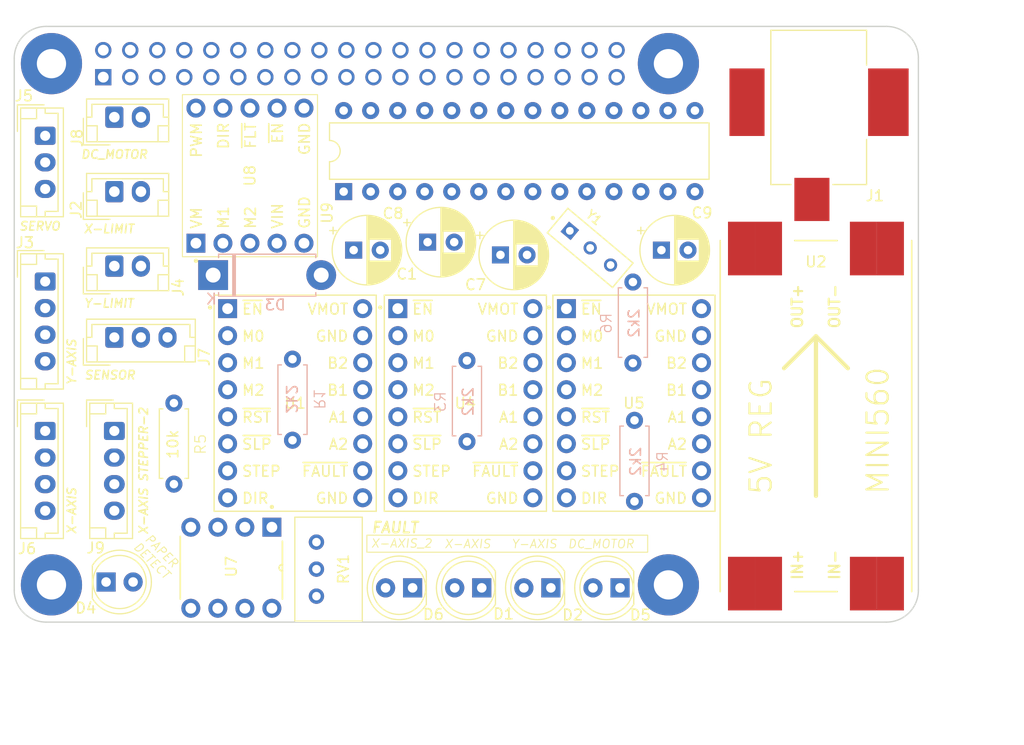
<source format=kicad_pcb>
(kicad_pcb (version 20221018) (generator pcbnew)
  (layers (0 "F.Cu" signal) (1 "In1.Cu" power) (2 "In2.Cu" power) (31 "B.Cu" signal) (34 "B.Paste" user) (35 "F.Paste" user) (36 "B.SilkS" user "B.Silkscreen") (37 "F.SilkS" user "F.Silkscreen") (38 "B.Mask" user) (39 "F.Mask" user) (44 "Edge.Cuts" user))
  (net 0 "")
  (net 1 "GND")
  (net 2 "MCU_RESET")
  (net 3 "MCU_RX")
  (net 4 "MCU_TX")
  (net 5 "STEP_X")
  (net 6 "STEP_Y")
  (net 7 "DIR_X")
  (net 8 "DIR_Y")
  (net 9 "STEPPER_EN")
  (net 10 "X_LIMIT")
  (net 11 "Y_LIMIT")
  (net 12 "SERVO_PWM")
  (net 13 "/Stepper Motors/X-AXIS_FLT")
  (net 14 "/Stepper Motors/X-AXIS_A2")
  (net 15 "/Stepper Motors/X-AXIS_A1")
  (net 16 "/Stepper Motors/X_AXIS_B1")
  (net 17 "/Stepper Motors/X-AXIS_B2")
  (net 18 "+12V")
  (net 19 "/Stepper Motors/Y-AXIS_FLT")
  (net 20 "/Stepper Motors/Y-AXIS_A2")
  (net 21 "/Stepper Motors/Y-AXIS_A1")
  (net 22 "/Stepper Motors/Y_AXIS_B1")
  (net 23 "/Stepper Motors/Y-AXIS_B2")
  (net 24 "+3V3")
  (net 25 "MCU_ABORT")
  (net 26 "MCU_HOLD")
  (net 27 "DC_MOTOR_PWM")
  (net 28 "PAPER_SENSOR_OUT_3V3")
  (net 29 "DC_MOTOR_DIR")
  (net 30 "MCU_RESUME")
  (net 31 "/Raspberry Pi/DC_MOT_FLT")
  (net 33 "/Stepper Motors/EXTRA_FLT")
  (net 34 "/Stepper Motors/EXTRA_FLT_LED_POS")
  (net 35 "/Stepper Motors/EXTRA_A2")
  (net 36 "/Stepper Motors/EXTRA_A1")
  (net 37 "Net-(D3-K)")
  (net 42 "+5V")
  (net 43 "/Stepper Motors/X-AXIS_FLT_LED_POS")
  (net 44 "/Stepper Motors/Y-AXIS_FLT_LED_POS")
  (net 45 "/Raspberry Pi/DC_MOT_FLT_LED_POS")
  (net 57 "Net-(U9-XTAL1{slash}PB6)")
  (net 58 "Net-(U9-XTAL2{slash}PB7)")
  (net 64 "Net-(J7-Pin_1)")
  (net 66 "Net-(J8-Pin_1)")
  (net 67 "Net-(J8-Pin_2)")
  (net 74 "/Stepper Motors/EXTRA_B1")
  (net 78 "Net-(U7-IN(+))")
  (net 79 "/Raspberry Pi/PAPER_SENSOR_OUT_LED_POS")
  (net 80 "/Stepper Motors/EXTRA_B2")
  (footprint "Pen_Plotter_Lib:SWITCHCRAFT_RASM712PX" (layer "F.Cu") (at 131.8375 41.595 180)
    (fp_text reference "J1" (at -5.1625 -8.79375) (layer "F.SilkS"))
    (fp_text value "RASM712PX")
    (pad "" np_thru_hole circle (at 0 3.76 180) (size 1.78 1.78) (drill 1.78) (layers "*.Cu" "*.Mask"))
    (pad "PIN" smd rect (at 0.76 -9.14 180) (size 3.3 4.06) (layers "F.Cu" "F.Paste" "F.Mask") (net 18 "+12V"))
    (pad "SHUNT" smd rect (at 6.86 0 180) (size 3.3 6.35) (layers "F.Cu" "F.Paste" "F.Mask") (net 1 "GND"))
    (pad "SLEEVE" smd rect (at -6.43 0 180) (size 3.81 6.35) (layers "F.Cu" "F.Paste" "F.Mask") (net 1 "GND"))
  )
  (footprint "Connector_JST:JST_EH_B4B-EH-A_1x04_P2.50mm_Vertical" (layer "F.Cu") (at 65.5 72.5 -90)
    (fp_text reference "J9" (at 11 1.75 -180) (layer "F.SilkS"))
    (fp_text value "EXTRA_STEPPER")
    (pad "1" thru_hole roundrect (at 0 0 270) (size 1.7 1.95) (drill 0.95) (layers "*.Cu" "*.Mask") (roundrect_rratio 0.147059) (net 35 "/Stepper Motors/EXTRA_A2"))
    (pad "2" thru_hole oval (at 2.5 0 270) (size 1.7 1.95) (drill 0.95) (layers "*.Cu" "*.Mask") (net 36 "/Stepper Motors/EXTRA_A1"))
    (pad "3" thru_hole oval (at 5 0 270) (size 1.7 1.95) (drill 0.95) (layers "*.Cu" "*.Mask") (net 74 "/Stepper Motors/EXTRA_B1"))
    (pad "4" thru_hole oval (at 7.5 0 270) (size 1.7 1.95) (drill 0.95) (layers "*.Cu" "*.Mask") (net 80 "/Stepper Motors/EXTRA_B2"))
  )
  (footprint "Package_DIP:DIP-28_W7.62mm" (layer "F.Cu") (at 87.06 50 90)
    (fp_text reference "U9" (at -2 -1.56 90) (layer "F.SilkS"))
    (fp_text value "ATmega328P-P")
    (pad "1" thru_hole rect (at 0 0 90) (size 1.6 1.6) (drill 0.8) (layers "*.Cu" "*.Mask") (net 2 "MCU_RESET"))
    (pad "2" thru_hole oval (at 0 2.54 90) (size 1.6 1.6) (drill 0.8) (layers "*.Cu" "*.Mask") (net 3 "MCU_RX"))
    (pad "3" thru_hole oval (at 0 5.08 90) (size 1.6 1.6) (drill 0.8) (layers "*.Cu" "*.Mask") (net 4 "MCU_TX"))
    (pad "4" thru_hole oval (at 0 7.62 90) (size 1.6 1.6) (drill 0.8) (layers "*.Cu" "*.Mask") (net 5 "STEP_X"))
    (pad "5" thru_hole oval (at 0 10.16 90) (size 1.6 1.6) (drill 0.8) (layers "*.Cu" "*.Mask") (net 6 "STEP_Y"))
    (pad "6" thru_hole oval (at 0 12.7 90) (size 1.6 1.6) (drill 0.8) (layers "*.Cu" "*.Mask"))
    (pad "7" thru_hole oval (at 0 15.24 90) (size 1.6 1.6) (drill 0.8) (layers "*.Cu" "*.Mask") (net 24 "+3V3"))
    (pad "8" thru_hole oval (at 0 17.78 90) (size 1.6 1.6) (drill 0.8) (layers "*.Cu" "*.Mask") (net 1 "GND"))
    (pad "9" thru_hole oval (at 0 20.32 90) (size 1.6 1.6) (drill 0.8) (layers "*.Cu" "*.Mask") (net 57 "Net-(U9-XTAL1{slash}PB6)"))
    (pad "10" thru_hole oval (at 0 22.86 90) (size 1.6 1.6) (drill 0.8) (layers "*.Cu" "*.Mask") (net 58 "Net-(U9-XTAL2{slash}PB7)"))
    (pad "11" thru_hole oval (at 0 25.4 90) (size 1.6 1.6) (drill 0.8) (layers "*.Cu" "*.Mask") (net 7 "DIR_X"))
    (pad "12" thru_hole oval (at 0 27.94 90) (size 1.6 1.6) (drill 0.8) (layers "*.Cu" "*.Mask") (net 8 "DIR_Y"))
    (pad "13" thru_hole oval (at 0 30.48 90) (size 1.6 1.6) (drill 0.8) (layers "*.Cu" "*.Mask"))
    (pad "14" thru_hole oval (at 0 33.02 90) (size 1.6 1.6) (drill 0.8) (layers "*.Cu" "*.Mask") (net 9 "STEPPER_EN"))
    (pad "15" thru_hole oval (at 7.62 33.02 90) (size 1.6 1.6) (drill 0.8) (layers "*.Cu" "*.Mask") (net 10 "X_LIMIT"))
    (pad "16" thru_hole oval (at 7.62 30.48 90) (size 1.6 1.6) (drill 0.8) (layers "*.Cu" "*.Mask") (net 11 "Y_LIMIT"))
    (pad "17" thru_hole oval (at 7.62 27.94 90) (size 1.6 1.6) (drill 0.8) (layers "*.Cu" "*.Mask") (net 12 "SERVO_PWM"))
    (pad "18" thru_hole oval (at 7.62 25.4 90) (size 1.6 1.6) (drill 0.8) (layers "*.Cu" "*.Mask"))
    (pad "19" thru_hole oval (at 7.62 22.86 90) (size 1.6 1.6) (drill 0.8) (layers "*.Cu" "*.Mask"))
    (pad "20" thru_hole oval (at 7.62 20.32 90) (size 1.6 1.6) (drill 0.8) (layers "*.Cu" "*.Mask") (net 24 "+3V3"))
    (pad "21" thru_hole oval (at 7.62 17.78 90) (size 1.6 1.6) (drill 0.8) (layers "*.Cu" "*.Mask") (net 1 "GND"))
    (pad "22" thru_hole oval (at 7.62 15.24 90) (size 1.6 1.6) (drill 0.8) (layers "*.Cu" "*.Mask") (net 1 "GND"))
    (pad "23" thru_hole oval (at 7.62 12.7 90) (size 1.6 1.6) (drill 0.8) (layers "*.Cu" "*.Mask") (net 25 "MCU_ABORT"))
    (pad "24" thru_hole oval (at 7.62 10.16 90) (size 1.6 1.6) (drill 0.8) (layers "*.Cu" "*.Mask") (net 26 "MCU_HOLD"))
    (pad "25" thru_hole oval (at 7.62 7.62 90) (size 1.6 1.6) (drill 0.8) (layers "*.Cu" "*.Mask") (net 30 "MCU_RESUME"))
    (pad "26" thru_hole oval (at 7.62 5.08 90) (size 1.6 1.6) (drill 0.8) (layers "*.Cu" "*.Mask"))
    (pad "27" thru_hole oval (at 7.62 2.54 90) (size 1.6 1.6) (drill 0.8) (layers "*.Cu" "*.Mask"))
    (pad "28" thru_hole oval (at 7.62 0 90) (size 1.6 1.6) (drill 0.8) (layers "*.Cu" "*.Mask"))
  )
  (footprint "LED_THT:LED_D5.0mm" (layer "F.Cu") (at 64.725 86.7)
    (fp_text reference "D4" (at -1.91 2.45) (layer "F.SilkS"))
    (fp_text value "GREEN")
    (pad "1" thru_hole rect (at 0 0) (size 1.8 1.8) (drill 0.9) (layers "*.Cu" "*.Mask") (net 28 "PAPER_SENSOR_OUT_3V3"))
    (pad "2" thru_hole circle (at 2.54 0) (size 1.8 1.8) (drill 0.9) (layers "*.Cu" "*.Mask") (net 79 "/Raspberry Pi/PAPER_SENSOR_OUT_LED_POS"))
  )
  (footprint "Pen_Plotter_Lib:IC_DRV8825_STEPPER_MOTOR_DRIVER_CARRIER" (layer "F.Cu") (at 114.35 69.89)
    (fp_text reference "U5" (at 0 0) (layer "F.SilkS"))
    (fp_text value "Y-AXIS_DRV8825_STEPPER_MOTOR_DRIVER_CARRIER")
    (fp_text user "GND" (at 5.08 -5.715 unlocked) (layer "F.SilkS") (effects (justify right bottom)))
    (fp_text user "~{EN}" (at -5.08 -8.255 unlocked) (layer "F.SilkS") (effects (justify left bottom)))
    (fp_text user "A2" (at 5.08 4.445 unlocked) (layer "F.SilkS") (effects (justify right bottom)))
    (fp_text user "B2" (at 5.08 -3.175 unlocked) (layer "F.SilkS") (effects (justify right bottom)))
    (fp_text user "M0" (at -5.08 -5.715 unlocked) (layer "F.SilkS") (effects (justify left bottom)))
    (fp_text user "DIR" (at -5.08 9.525 unlocked) (layer "F.SilkS") (effects (justify left bottom)))
    (fp_text user "A1" (at 5.08 1.905 unlocked) (layer "F.SilkS") (effects (justify right bottom)))
    (fp_text user "~{RST}" (at -5.08 1.905 unlocked) (layer "F.SilkS") (effects (justify left bottom)))
    (fp_text user "~{FAULT}" (at 5.08 6.985 unlocked) (layer "F.SilkS") (effects (justify right bottom)))
    (fp_text user "B1" (at 5.08 -0.635 unlocked) (layer "F.SilkS") (effects (justify right bottom)))
    (fp_text user "VMOT" (at 5.08 -8.255 unlocked) (layer "F.SilkS") (effects (justify right bottom)))
    (fp_text user "M2" (at -5.08 -0.635 unlocked) (layer "F.SilkS") (effects (justify left bottom)))
    (fp_text user "STEP" (at -5.08 6.985 unlocked) (layer "F.SilkS") (effects (justify left bottom)))
    (fp_text user "M1" (at -5.08 -3.175 unlocked) (layer "F.SilkS") (effects (justify left bottom)))
    (fp_text user "~{SLP}" (at -5.08 4.445 unlocked) (layer "F.SilkS") (effects (justify left bottom)))
    (fp_text user "GND" (at 5.08 9.525 unlocked) (layer "F.SilkS") (effects (justify right bottom)))
    (pad "1" thru_hole rect (at -6.35 -8.89) (size 1.778 1.778) (drill 1.016) (layers "*.Cu" "*.Mask") (net 9 "STEPPER_EN"))
    (pad "2" thru_hole circle (at -6.35 -6.35) (size 1.778 1.778) (drill 1.016) (layers "*.Cu" "*.Mask") (net 42 "+5V"))
    (pad "3" thru_hole circle (at -6.35 -3.81) (size 1.778 1.778) (drill 1.016) (layers "*.Cu" "*.Mask") (net 42 "+5V"))
    (pad "4" thru_hole circle (at -6.35 -1.27) (size 1.778 1.778) (drill 1.016) (layers "*.Cu" "*.Mask") (net 42 "+5V"))
    (pad "5" thru_hole circle (at -6.35 1.27) (size 1.778 1.778) (drill 1.016) (layers "*.Cu" "*.Mask") (net 42 "+5V"))
    (pad "6" thru_hole circle (at -6.35 3.81) (size 1.778 1.778) (drill 1.016) (layers "*.Cu" "*.Mask") (net 42 "+5V"))
    (pad "7" thru_hole circle (at -6.35 6.35) (size 1.778 1.778) (drill 1.016) (layers "*.Cu" "*.Mask") (net 6 "STEP_Y"))
    (pad "8" thru_hole circle (at -6.35 8.89) (size 1.778 1.778) (drill 1.016) (layers "*.Cu" "*.Mask") (net 8 "DIR_Y"))
    (pad "9" thru_hole circle (at 6.35 8.89) (size 1.778 1.778) (drill 1.016) (layers "*.Cu" "*.Mask") (net 1 "GND"))
    (pad "10" thru_hole circle (at 6.35 6.35) (size 1.778 1.778) (drill 1.016) (layers "*.Cu" "*.Mask") (net 19 "/Stepper Motors/Y-AXIS_FLT"))
    (pad "11" thru_hole circle (at 6.35 3.81) (size 1.778 1.778) (drill 1.016) (layers "*.Cu" "*.Mask") (net 20 "/Stepper Motors/Y-AXIS_A2"))
    (pad "12" thru_hole circle (at 6.35 1.27) (size 1.778 1.778) (drill 1.016) (layers "*.Cu" "*.Mask") (net 21 "/Stepper Motors/Y-AXIS_A1"))
    (pad "13" thru_hole circle (at 6.35 -1.27) (size 1.778 1.778) (drill 1.016) (layers "*.Cu" "*.Mask") (net 22 "/Stepper Motors/Y_AXIS_B1"))
    (pad "14" thru_hole circle (at 6.35 -3.81) (size 1.778 1.778) (drill 1.016) (layers "*.Cu" "*.Mask") (net 23 "/Stepper Motors/Y-AXIS_B2"))
    (pad "15" thru_hole circle (at 6.35 -6.35) (size 1.778 1.778) (drill 1.016) (layers "*.Cu" "*.Mask") (net 1 "GND"))
    (pad "16" thru_hole circle (at 6.35 -8.89) (size 1.778 1.778) (drill 1.016) (layers "*.Cu" "*.Mask") (net 18 "+12V"))
  )
  (footprint "Connector_JST:JST_EH_B2B-EH-A_1x02_P2.50mm_Vertical" (layer "F.Cu") (at 65.5 50)
    (fp_text reference "J2" (at -3.59 1.7 90) (layer "F.SilkS"))
    (fp_text value "X_LIMIT_SWITCH")
    (pad "1" thru_hole roundrect (at 0 0) (size 1.7 2) (drill 1) (layers "*.Cu" "*.Mask") (roundrect_rratio 0.147059) (net 10 "X_LIMIT"))
    (pad "2" thru_hole oval (at 2.5 0) (size 1.7 2) (drill 1) (layers "*.Cu" "*.Mask") (net 1 "GND"))
  )
  (footprint "LED_THT:LED_D5.0mm" (layer "F.Cu") (at 100.04 87.25 180)
    (fp_text reference "D1" (at -2.05 -2.45 180) (layer "F.SilkS"))
    (fp_text value "RED")
    (pad "1" thru_hole rect (at 0 0 180) (size 1.8 1.8) (drill 0.9) (layers "*.Cu" "*.Mask") (net 13 "/Stepper Motors/X-AXIS_FLT"))
    (pad "2" thru_hole circle (at 2.54 0 180) (size 1.8 1.8) (drill 0.9) (layers "*.Cu" "*.Mask") (net 43 "/Stepper Motors/X-AXIS_FLT_LED_POS"))
  )
  (footprint "LED_THT:LED_D5.0mm" (layer "F.Cu") (at 106.54 87.25 180)
    (fp_text reference "D2" (at -2.05 -2.55 180) (layer "F.SilkS"))
    (fp_text value "RED")
    (pad "1" thru_hole rect (at 0 0 180) (size 1.8 1.8) (drill 0.9) (layers "*.Cu" "*.Mask") (net 19 "/Stepper Motors/Y-AXIS_FLT"))
    (pad "2" thru_hole circle (at 2.54 0 180) (size 1.8 1.8) (drill 0.9) (layers "*.Cu" "*.Mask") (net 44 "/Stepper Motors/Y-AXIS_FLT_LED_POS"))
  )
  (footprint "Pen_Plotter_Lib:IC_MAX14870_DRIVER_CARRIER" (layer "F.Cu") (at 78.25 48.5 90)
    (fp_text reference "U8" (at 0 0 90) (layer "F.SilkS"))
    (fp_text value "~")
    (fp_text user "~{EN}" (at 5.08 3.175 90 unlocked) (layer "F.SilkS") (effects (justify right bottom)))
    (fp_text user "~{FLT}" (at 5.08 0.635 90 unlocked) (layer "F.SilkS") (effects (justify right bottom)))
    (fp_text user "GND" (at 5.08 5.715 90 unlocked) (layer "F.SilkS") (effects (justify right bottom)))
    (fp_text user "M2" (at -5.08 0.635 90 unlocked) (layer "F.SilkS") (effects (justify left bottom)))
    (fp_text user "VIN" (at -5.08 3.175 90 unlocked) (layer "F.SilkS") (effects (justify left bottom)))
    (fp_text user "GND" (at -5.08 5.715 90 unlocked) (layer "F.SilkS") (effects (justify left bottom)))
    (fp_text user "VM" (at -5.08 -4.445 90 unlocked) (layer "F.SilkS") (effects (justify left bottom)))
    (fp_text user "DIR" (at 5.08 -1.905 90 unlocked) (layer "F.SilkS") (effects (justify right bottom)))
    (fp_text user "PWM" (at 5.08 -4.445 90 unlocked) (layer "F.SilkS") (effects (justify right bottom)))
    (fp_text user "M1" (at -5.08 -1.905 90 unlocked) (layer "F.SilkS") (effects (justify left bottom)))
    (pad "1" thru_hole rect (at -6.35 -5.08 90) (size 1.778 1.778) (drill 1.016) (layers "*.Cu" "*.Mask"))
    (pad "2" thru_hole circle (at -6.35 -2.54 90) (size 1.778 1.778) (drill 1.016) (layers "*.Cu" "*.Mask") (net 66 "Net-(J8-Pin_1)"))
    (pad "3" thru_hole circle (at -6.35 0 90) (size 1.778 1.778) (drill 1.016) (layers "*.Cu" "*.Mask") (net 67 "Net-(J8-Pin_2)"))
    (pad "4" thru_hole circle (at -6.35 2.54 90) (size 1.778 1.778) (drill 1.016) (layers "*.Cu" "*.Mask") (net 18 "+12V"))
    (pad "5" thru_hole circle (at -6.35 5.08 90) (size 1.778 1.778) (drill 1.016) (layers "*.Cu" "*.Mask") (net 1 "GND"))
    (pad "6" thru_hole circle (at 6.35 5.08 90) (size 1.778 1.778) (drill 1.016) (layers "*.Cu" "*.Mask") (net 1 "GND"))
    (pad "7" thru_hole circle (at 6.35 2.54 90) (size 1.778 1.778) (drill 1.016) (layers "*.Cu" "*.Mask"))
    (pad "8" thru_hole circle (at 6.35 0 90) (size 1.778 1.778) (drill 1.016) (layers "*.Cu" "*.Mask") (net 31 "/Raspberry Pi/DC_MOT_FLT"))
    (pad "9" thru_hole circle (at 6.35 -2.54 90) (size 1.778 1.778) (drill 1.016) (layers "*.Cu" "*.Mask") (net 29 "DC_MOTOR_DIR"))
    (pad "10" thru_hole circle (at 6.35 -5.08 90) (size 1.778 1.778) (drill 1.016) (layers "*.Cu" "*.Mask") (net 27 "DC_MOTOR_PWM"))
  )
  (footprint "Connector_JST:JST_EH_B4B-EH-A_1x04_P2.50mm_Vertical" (layer "F.Cu") (at 59 72.5 -90)
    (fp_text reference "J6" (at 11.06 1.7 -180) (layer "F.SilkS"))
    (fp_text value "Y-AXIS_STEPPER")
    (pad "1" thru_hole roundrect (at 0 0 270) (size 1.7 1.95) (drill 0.95) (layers "*.Cu" "*.Mask") (roundrect_rratio 0.147059) (net 20 "/Stepper Motors/Y-AXIS_A2"))
    (pad "2" thru_hole oval (at 2.5 0 270) (size 1.7 1.95) (drill 0.95) (layers "*.Cu" "*.Mask") (net 21 "/Stepper Motors/Y-AXIS_A1"))
    (pad "3" thru_hole oval (at 5 0 270) (size 1.7 1.95) (drill 0.95) (layers "*.Cu" "*.Mask") (net 22 "/Stepper Motors/Y_AXIS_B1"))
    (pad "4" thru_hole oval (at 7.5 0 270) (size 1.7 1.95) (drill 0.95) (layers "*.Cu" "*.Mask") (net 23 "/Stepper Motors/Y-AXIS_B2"))
  )
  (footprint "Connector_JST:JST_EH_B3B-EH-A_1x03_P2.50mm_Vertical" (layer "F.Cu") (at 65.5 63.7)
    (fp_text reference "J7" (at 8.45 1.85 90) (layer "F.SilkS"))
    (fp_text value "PAPER_SENSOR")
    (pad "1" thru_hole roundrect (at 0 0) (size 1.7 1.95) (drill 0.95) (layers "*.Cu" "*.Mask") (roundrect_rratio 0.147059) (net 64 "Net-(J7-Pin_1)"))
    (pad "2" thru_hole oval (at 2.5 0) (size 1.7 1.95) (drill 0.95) (layers "*.Cu" "*.Mask") (net 42 "+5V"))
    (pad "3" thru_hole oval (at 5 0) (size 1.7 1.95) (drill 0.95) (layers "*.Cu" "*.Mask") (net 1 "GND"))
  )
  (footprint "Connector_JST:JST_EH_B2B-EH-A_1x02_P2.50mm_Vertical" (layer "F.Cu") (at 65.5 57)
    (fp_text reference "J4" (at 6 2 90) (layer "F.SilkS"))
    (fp_text value "Y_LIMIT_SWITCH")
    (pad "1" thru_hole roundrect (at 0 0) (size 1.7 2) (drill 1) (layers "*.Cu" "*.Mask") (roundrect_rratio 0.147059) (net 11 "Y_LIMIT"))
    (pad "2" thru_hole oval (at 2.5 0) (size 1.7 2) (drill 1) (layers "*.Cu" "*.Mask") (net 1 "GND"))
  )
  (footprint "Connector_JST:JST_EH_B2B-EH-A_1x02_P2.50mm_Vertical" (layer "F.Cu") (at 65.5 43)
    (fp_text reference "J8" (at -3.5 1 90) (layer "F.SilkS") (effects (justify right)))
    (fp_text value "DC_MOTOR")
    (pad "1" thru_hole roundrect (at 0 0) (size 1.7 2) (drill 1) (layers "*.Cu" "*.Mask") (roundrect_rratio 0.147059) (net 66 "Net-(J8-Pin_1)"))
    (pad "2" thru_hole oval (at 2.5 0) (size 1.7 2) (drill 1) (layers "*.Cu" "*.Mask") (net 67 "Net-(J8-Pin_2)"))
  )
  (footprint "Pen_Plotter_Lib:OSC_CSTLS8M00G56-A0" (layer "F.Cu") (at 110.234889 55.293031 -40)
    (fp_text reference "Y1" (at -1.56 -2.408 140) (layer "F.SilkS") (effects (font (size 0.8 0.8))))
    (fp_text value "CSTLS8M00G56-A0")
    (pad "1" thru_hole rect (at -2.5 0 320) (size 1.238 1.238) (drill 0.73) (layers "*.Cu" "*.Mask") (net 57 "Net-(U9-XTAL1{slash}PB6)"))
    (pad "2" thru_hole circle (at 0 0 320) (size 1.238 1.238) (drill 0.73) (layers "*.Cu" "*.Mask") (net 1 "GND"))
    (pad "3" thru_hole circle (at 2.5 0 320) (size 1.238 1.238) (drill 0.73) (layers "*.Cu" "*.Mask") (net 58 "Net-(U9-XTAL2{slash}PB7)"))
  )
  (footprint "Capacitor_THT:CP_Radial_D6.3mm_P2.50mm" (layer "F.Cu") (at 116.932379 55.5)
    (fp_text reference "C9" (at 3.817621 -3.5) (layer "F.SilkS"))
    (fp_text value "100u")
    (pad "1" thru_hole rect (at 0 0) (size 1.6 1.6) (drill 0.8) (layers "*.Cu" "*.Mask") (net 18 "+12V"))
    (pad "2" thru_hole circle (at 2.5 0) (size 1.6 1.6) (drill 0.8) (layers "*.Cu" "*.Mask") (net 1 "GND"))
  )
  (footprint "Pen_Plotter_Lib:IC_DRV8825_STEPPER_MOTOR_DRIVER_CARRIER" (layer "F.Cu") (at 98.5 69.89)
    (fp_text reference "U4" (at 0 0) (layer "F.SilkS"))
    (fp_text value "X-AXIS_DRV8825_STEPPER_MOTOR_DRIVER_CARRIER")
    (fp_text user "M0" (at -5.08 -5.715 unlocked) (layer "F.SilkS") (effects (justify left bottom)))
    (fp_text user "B2" (at 5.08 -3.175 unlocked) (layer "F.SilkS") (effects (justify right bottom)))
    (fp_text user "~{EN}" (at -5.08 -8.255 unlocked) (layer "F.SilkS") (effects (justify left bottom)))
    (fp_text user "GND" (at 5.08 9.525 unlocked) (layer "F.SilkS") (effects (justify right bottom)))
    (fp_text user "B1" (at 5.08 -0.635 unlocked) (layer "F.SilkS") (effects (justify right bottom)))
    (fp_text user "DIR" (at -5.08 9.525 unlocked) (layer "F.SilkS") (effects (justify left bottom)))
    (fp_text user "A2" (at 5.08 4.445 unlocked) (layer "F.SilkS") (effects (justify right bottom)))
    (fp_text user "A1" (at 5.08 1.905 unlocked) (layer "F.SilkS") (effects (justify right bottom)))
    (fp_text user "STEP" (at -5.08 6.985 unlocked) (layer "F.SilkS") (effects (justify left bottom)))
    (fp_text user "M1" (at -5.08 -3.175 unlocked) (layer "F.SilkS") (effects (justify left bottom)))
    (fp_text user "~{FAULT}" (at 5.08 6.985 unlocked) (layer "F.SilkS") (effects (justify right bottom)))
    (fp_text user "GND" (at 5.08 -5.715 unlocked) (layer "F.SilkS") (effects (justify right bottom)))
    (fp_text user "~{RST}" (at -5.08 1.905 unlocked) (layer "F.SilkS") (effects (justify left bottom)))
    (fp_text user "~{SLP}" (at -5.08 4.445 unlocked) (layer "F.SilkS") (effects (justify left bottom)))
    (fp_text user "M2" (at -5.08 -0.635 unlocked) (layer "F.SilkS") (effects (justify left bottom)))
    (fp_text user "VMOT" (at 5.08 -8.255 unlocked) (layer "F.SilkS") (effects (justify right bottom)))
    (pad "1" thru_hole rect (at -6.35 -8.89) (size 1.778 1.778) (drill 1.016) (layers "*.Cu" "*.Mask") (net 9 "STEPPER_EN"))
    (pad "2" thru_hole circle (at -6.35 -6.35) (size 1.778 1.778) (drill 1.016) (layers "*.Cu" "*.Mask") (net 42 "+5V"))
    (pad "3" thru_hole circle (at -6.35 -3.81) (size 1.778 1.778) (drill 1.016) (layers "*.Cu" "*.Mask") (net 42 "+5V"))
    (pad "4" thru_hole circle (at -6.35 -1.27) (size 1.778 1.778) (drill 1.016) (layers "*.Cu" "*.Mask") (net 42 "+5V"))
    (pad "5" thru_hole circle (at -6.35 1.27) (size 1.778 1.778) (drill 1.016) (layers "*.Cu" "*.Mask") (net 42 "+5V"))
    (pad "6" thru_hole circle (at -6.35 3.81) (size 1.778 1.778) (drill 1.016) (layers "*.Cu" "*.Mask") (net 42 "+5V"))
    (pad "7" thru_hole circle (at -6.35 6.35) (size 1.778 1.778) (drill 1.016) (layers "*.Cu" "*.Mask") (net 5 "STEP_X"))
    (pad "8" thru_hole circle (at -6.35 8.89) (size 1.778 1.778) (drill 1.016) (layers "*.Cu" "*.Mask") (net 7 "DIR_X"))
    (pad "9" thru_hole circle (at 6.35 8.89) (size 1.778 1.778) (drill 1.016) (layers "*.Cu" "*.Mask") (net 1 "GND"))
    (pad "10" thru_hole circle (at 6.35 6.35) (size 1.778 1.778) (drill 1.016) (layers "*.Cu" "*.Mask") (net 13 "/Stepper Motors/X-AXIS_FLT"))
    (pad "11" thru_hole circle (at 6.35 3.81) (size 1.778 1.778) (drill 1.016) (layers "*.Cu" "*.Mask") (net 14 "/Stepper Motors/X-AXIS_A2"))
    (pad "12" thru_hole circle (at 6.35 1.27) (size 1.778 1.778) (drill 1.016) (layers "*.Cu" "*.Mask") (net 15 "/Stepper Motors/X-AXIS_A1"))
    (pad "13" thru_hole circle (at 6.35 -1.27) (size 1.778 1.778) (drill 1.016) (layers "*.Cu" "*.Mask") (net 16 "/Stepper Motors/X_AXIS_B1"))
    (pad "14" thru_hole circle (at 6.35 -3.81) (size 1.778 1.778) (drill 1.016) (layers "*.Cu" "*.Mask") (net 17 "/Stepper Motors/X-AXIS_B2"))
    (pad "15" thru_hole circle (at 6.35 -6.35) (size 1.778 1.778) (drill 1.016) (layers "*.Cu" "*.Mask") (net 1 "GND"))
    (pad "16" thru_hole circle (at 6.35 -8.89) (size 1.778 1.778) (drill 1.016) (layers "*.Cu" "*.Mask") (net 18 "+12V"))
  )
  (footprint "LED_THT:LED_D5.0mm" (layer "F.Cu") (at 93.54 87.25 180)
    (fp_text reference "D6" (at -1.96 -2.5) (layer "F.SilkS"))
    (fp_text value "RED")
    (pad "1" thru_hole rect (at 0 0 180) (size 1.8 1.8) (drill 0.9) (layers "*.Cu" "*.Mask") (net 33 "/Stepper Motors/EXTRA_FLT"))
    (pad "2" thru_hole circle (at 2.54 0 180) (size 1.8 1.8) (drill 0.9) (layers "*.Cu" "*.Mask") (net 34 "/Stepper Motors/EXTRA_FLT_LED_POS"))
  )
  (footprint "Capacitor_THT:CP_Radial_D6.3mm_P2.50mm" (layer "F.Cu") (at 101.8 55.95)
    (fp_text reference "C7" (at -2.35 2.8) (layer "F.SilkS"))
    (fp_text value "100u")
    (pad "1" thru_hole rect (at 0 0) (size 1.6 1.6) (drill 0.8) (layers "*.Cu" "*.Mask") (net 18 "+12V"))
    (pad "2" thru_hole circle (at 2.5 0) (size 1.6 1.6) (drill 0.8) (layers "*.Cu" "*.Mask") (net 1 "GND"))
  )
  (footprint "Connector_JST:JST_EH_B4B-EH-A_1x04_P2.50mm_Vertical" (layer "F.Cu") (at 59 58.45 -90)
    (fp_text reference "J3" (at -3.65 1.9 -180) (layer "F.SilkS"))
    (fp_text value "X-AXIS_STEPPER")
    (pad "1" thru_hole roundrect (at 0 0 270) (size 1.7 1.95) (drill 0.95) (layers "*.Cu" "*.Mask") (roundrect_rratio 0.147059) (net 14 "/Stepper Motors/X-AXIS_A2"))
    (pad "2" thru_hole oval (at 2.5 0 270) (size 1.7 1.95) (drill 0.95) (layers "*.Cu" "*.Mask") (net 15 "/Stepper Motors/X-AXIS_A1"))
    (pad "3" thru_hole oval (at 5 0 270) (size 1.7 1.95) (drill 0.95) (layers "*.Cu" "*.Mask") (net 16 "/Stepper Motors/X_AXIS_B1"))
    (pad "4" thru_hole oval (at 7.5 0 270) (size 1.7 1.95) (drill 0.95) (layers "*.Cu" "*.Mask") (net 17 "/Stepper Motors/X-AXIS_B2"))
  )
  (footprint "LED_THT:LED_D5.0mm" (layer "F.Cu") (at 113.04 87.25 180)
    (fp_text reference "D5" (at -1.91 -2.55 180) (layer "F.SilkS"))
    (fp_text value "RED")
    (pad "1" thru_hole rect (at 0 0 180) (size 1.8 1.8) (drill 0.9) (layers "*.Cu" "*.Mask") (net 31 "/Raspberry Pi/DC_MOT_FLT"))
    (pad "2" thru_hole circle (at 2.54 0 180) (size 1.8 1.8) (drill 0.9) (layers "*.Cu" "*.Mask") (net 45 "/Raspberry Pi/DC_MOT_FLT_LED_POS"))
  )
  (footprint "Potentiometer_THT:Potentiometer_Bourns_3299W_Vertical" (layer "F.Cu") (at 84.5 82.95 90)
    (fp_text reference "RV1" (at -2.54 2.54 90) (layer "F.SilkS"))
    (fp_text value "PAPER_SENSOR_POT")
    (pad "1" thru_hole circle (at 0 0 90) (size 1.44 1.44) (drill 0.8) (layers "*.Cu" "*.Mask") (net 42 "+5V"))
    (pad "2" thru_hole circle (at -2.54 0 90) (size 1.44 1.44) (drill 0.8) (layers "*.Cu" "*.Mask") (net 78 "Net-(U7-IN(+))"))
    (pad "3" thru_hole circle (at -5.08 0 90) (size 1.44 1.44) (drill 0.8) (layers "*.Cu" "*.Mask") (net 1 "GND"))
  )
  (footprint "Pen_Plotter_Lib:THT_RESISTOR_WITH_VALUE" (layer "F.Cu") (at 71 73.75 -90)
    (fp_text reference "R5" (at 0 -2.6 90 unlocked) (layer "F.SilkS") (effects (font (thickness 0.1))))
    (fp_text value "10k" (at 0 0 90 unlocked) (layer "F.SilkS"))
    (pad "1" thru_hole circle (at -3.87 -0.1 270) (size 1.6 1.6) (drill 0.8) (layers "*.Cu" "*.Mask") (net 24 "+3V3"))
    (pad "2" thru_hole oval (at 3.75 -0.1 270) (size 1.6 1.6) (drill 0.8) (layers "*.Cu" "*.Mask") (net 79 "/Raspberry Pi/PAPER_SENSOR_OUT_LED_POS"))
  )
  (footprint "Pen_Plotter_Lib:DIP254P762X508-8" (layer "F.Cu") (at 72.69 89.168 -90)
    (fp_text reference "U7" (at -3.918 -3.81 90) (layer "F.SilkS"))
    (fp_text value "LM393AN")
    (pad "1" thru_hole rect (at -7.62 -7.62 270) (size 1.778 1.778) (drill 1.016) (layers "*.Cu" "*.Mask") (net 28 "PAPER_SENSOR_OUT_3V3"))
    (pad "2" thru_hole circle (at -7.62 -5.08 270) (size 1.778 1.778) (drill 1.016) (layers "*.Cu" "*.Mask") (net 64 "Net-(J7-Pin_1)"))
    (pad "3" thru_hole circle (at -7.62 -2.54 270) (size 1.778 1.778) (drill 1.016) (layers "*.Cu" "*.Mask") (net 78 "Net-(U7-IN(+))"))
    (pad "4" thru_hole circle (at -7.62 0 270) (size 1.778 1.778) (drill 1.016) (layers "*.Cu" "*.Mask") (net 1 "GND"))
    (pad "5" thru_hole circle (at 0 0 270) (size 1.778 1.778) (drill 1.016) (layers "*.Cu" "*.Mask"))
    (pad "6" thru_hole circle (at 0 -2.54 270) (size 1.778 1.778) (drill 1.016) (layers "*.Cu" "*.Mask"))
    (pad "7" thru_hole circle (at 0 -5.08 270) (size 1.778 1.778) (drill 1.016) (layers "*.Cu" "*.Mask"))
    (pad "8" thru_hole circle (at 0 -7.62 270) (size 1.778 1.778) (drill 1.016) (layers "*.Cu" "*.Mask") (net 42 "+5V"))
  )
  (footprint "Connector_JST:JST_EH_B3B-EH-A_1x03_P2.50mm_Vertical" (layer "F.Cu") (at 59 44.75 -90)
    (fp_text reference "J5" (at -3.75 2 -180) (layer "F.SilkS"))
    (fp_text value "SERVO")
    (pad "1" thru_hole roundrect (at 0 0 270) (size 1.7 1.95) (drill 0.95) (layers "*.Cu" "*.Mask") (roundrect_rratio 0.147059) (net 12 "SERVO_PWM"))
    (pad "2" thru_hole oval (at 2.5 0 270) (size 1.7 1.95) (drill 0.95) (layers "*.Cu" "*.Mask") (net 42 "+5V"))
    (pad "3" thru_hole oval (at 5 0 270) (size 1.7 1.95) (drill 0.95) (layers "*.Cu" "*.Mask") (net 1 "GND"))
  )
  (footprint "Capacitor_THT:CP_Radial_D6.3mm_P2.50mm" (layer "F.Cu") (at 88 55.5)
    (fp_text reference "C8" (at 3.7 -3.45) (layer "F.SilkS"))
    (fp_text value "100u")
    (pad "1" thru_hole rect (at 0 0) (size 1.6 1.6) (drill 0.8) (layers "*.Cu" "*.Mask") (net 42 "+5V"))
    (pad "2" thru_hole circle (at 2.5 0) (size 1.6 1.6) (drill 0.8) (layers "*.Cu" "*.Mask") (net 1 "GND"))
  )
  (footprint "Capacitor_THT:CP_Radial_D6.3mm_P2.50mm" (layer "F.Cu") (at 94.95 54.75)
    (fp_text reference "C1" (at -1.95 3) (layer "F.SilkS"))
    (fp_text value "100u")
    (pad "1" thru_hole rect (at 0 0) (size 1.6 1.6) (drill 0.8) (layers "*.Cu" "*.Mask") (net 18 "+12V"))
    (pad "2" thru_hole circle (at 2.5 0) (size 1.6 1.6) (drill 0.8) (layers "*.Cu" "*.Mask") (net 1 "GND"))
  )
  (footprint "Pen_Plotter_Lib:MODULE_RPI3-MODBP-BULK" (layer "F.Cu") (at 98.59 62.4685)
    (fp_text reference "U6" hide)
    (fp_text value "RPI3-MODBP-BULK")
    (fp_line (start -42.5 -25) (end -42.5 25) (stroke (width 0.127)) (layer "Edge.Cuts"))
    (fp_line (start -39.5 28) (end 39.5 28) (stroke (width 0.127)) (layer "Edge.Cuts"))
    (fp_line (start 39.5 -28) (end -39.5 -28) (stroke (width 0.127)) (layer "Edge.Cuts"))
    (fp_line (start 42.5 25) (end 42.5 -25) (stroke (width 0.127)) (layer "Edge.Cuts"))
    (fp_arc (start -42.5 -25) (mid -41.62132 -27.12132) (end -39.5 -28) (stroke (width 0.127)) (layer "Edge.Cuts"))
    (fp_arc (start -39.5 28) (mid -41.62132 27.12132) (end -42.5 25) (stroke (width 0.127)) (layer "Edge.Cuts"))
    (fp_arc (start 39.5 -28) (mid 41.62132 -27.12132) (end 42.5 -25) (stroke (width 0.127)) (layer "Edge.Cuts"))
    (fp_arc (start 42.5 25) (mid 41.62132 27.12132) (end 39.5 28) (stroke (width 0.127)) (layer "Edge.Cuts"))
    (pad "1" thru_hole rect (at -34.13 -23.23) (size 1.53 1.53) (drill 1.02) (layers "*.Cu" "*.Mask") (net 24 "+3V3"))
    (pad "2" thru_hole circle (at -34.13 -25.77) (size 1.53 1.53) (drill 1.02) (layers "*.Cu" "*.Mask") (net 37 "Net-(D3-K)"))
    (pad "3" thru_hole circle (at -31.59 -23.23) (size 1.53 1.53) (drill 1.02) (layers "*.Cu" "*.Mask"))
    (pad "4" thru_hole circle (at -31.59 -25.77) (size 1.53 1.53) (drill 1.02) (layers "*.Cu" "*.Mask") (net 37 "Net-(D3-K)"))
    (pad "5" thru_hole circle (at -29.05 -23.23) (size 1.53 1.53) (drill 1.02) (layers "*.Cu" "*.Mask"))
    (pad "6" thru_hole circle (at -29.05 -25.77) (size 1.53 1.53) (drill 1.02) (layers "*.Cu" "*.Mask") (net 1 "GND"))
    (pad "7" thru_hole circle (at -26.51 -23.23) (size 1.53 1.53) (drill 1.02) (layers "*.Cu" "*.Mask"))
    (pad "8" thru_hole circle (at -26.51 -25.77) (size 1.53 1.53) (drill 1.02) (layers "*.Cu" "*.Mask") (net 3 "MCU_RX"))
    (pad "9" thru_hole circle (at -23.97 -23.23) (size 1.53 1.53) (drill 1.02) (layers "*.Cu" "*.Mask") (net 1 "GND"))
    (pad "10" thru_hole circle (at -23.97 -25.77) (size 1.53 1.53) (drill 1.02) (layers "*.Cu" "*.Mask") (net 4 "MCU_TX"))
    (pad "11" thru_hole circle (at -21.43 -23.23) (size 1.53 1.53) (drill 1.02) (layers "*.Cu" "*.Mask"))
    (pad "12" thru_hole circle (at -21.43 -25.77) (size 1.53 1.53) (drill 1.02) (layers "*.Cu" "*.Mask") (net 27 "DC_MOTOR_PWM"))
    (pad "13" thru_hole circle (at -18.89 -23.23) (size 1.53 1.53) (drill 1.02) (layers "*.Cu" "*.Mask"))
    (pad "14" thru_hole circle (at -18.89 -25.77) (size 1.53 1.53) (drill 1.02) (layers "*.Cu" "*.Mask") (net 1 "GND"))
    (pad "15" thru_hole circle (at -16.35 -23.23) (size 1.53 1.53) (drill 1.02) (layers "*.Cu" "*.Mask") (net 28 "PAPER_SENSOR_OUT_3V3"))
    (pad "16" thru_hole circle (at -16.35 -25.77) (size 1.53 1.53) (drill 1.02) (layers "*.Cu" "*.Mask") (net 29 "DC_MOTOR_DIR"))
    (pad "17" thru_hole circle (at -13.81 -23.23) (size 1.53 1.53) (drill 1.02) (layers "*.Cu" "*.Mask") (net 24 "+3V3"))
    (pad "18" thru_hole circle (at -13.81 -25.77) (size 1.53 1.53) (drill 1.02) (layers "*.Cu" "*.Mask") (net 2 "MCU_RESET"))
    (pad "19" thru_hole circle (at -11.27 -23.23) (size 1.53 1.53) (drill 1.02) (layers "*.Cu" "*.Mask"))
    (pad "20" thru_hole circle (at -11.27 -25.77) (size 1.53 1.53) (drill 1.02) (layers "*.Cu" "*.Mask") (net 1 "GND"))
    (pad "21" thru_hole circle (at -8.73 -23.23) (size 1.53 1.53) (drill 1.02) (layers "*.Cu" "*.Mask"))
    (pad "22" thru_hole circle (at -8.73 -25.77) (size 1.53 1.53) (drill 1.02) (layers "*.Cu" "*.Mask"))
    (pad "23" thru_hole circle (at -6.19 -23.23) (size 1.53 1.53) (drill 1.02) (layers "*.Cu" "*.Mask"))
    (pad "24" thru_hole circle (at -6.19 -25.77) (size 1.53 1.53) (drill 1.02) (layers "*.Cu" "*.Mask"))
    (pad "25" thru_hole circle (at -3.65 -23.23) (size 1.53 1.53) (drill 1.02) (layers "*.Cu" "*.Mask") (net 1 "GND"))
    (pad "26" thru_hole circle (at -3.65 -25.77) (size 1.53 1.53) (drill 1.02) (layers "*.Cu" "*.Mask"))
    (pad "27" thru_hole circle (at -1.11 -23.23) (size 1.53 1.53) (drill 1.02) (layers "*.Cu" "*.Mask"))
    (pad "28" thru_hole circle (at -1.11 -25.77) (size 1.53 1.53) (drill 1.02) (layers "*.Cu" "*.Mask"))
    (pad "29" thru_hole circle (at 1.43 -23.23) (size 1.53 1.53) (drill 1.02) (layers "*.Cu" "*.Mask"))
    (pad "30" thru_hole circle (at 1.43 -25.77) (size 1.53 1.53) (drill 1.02) (layers "*.Cu" "*.Mask") (net 1 "GND"))
    (pad "31" thru_hole circle (at 3.97 -23.23) (size 1.53 1.53) (drill 1.02) (layers "*.Cu" "*.Mask"))
    (pad "32" thru_hole circle (at 3.97 -25.77) (size 1.53 1.53) (drill 1.02) (layers "*.Cu" "*.Mask") (net 25 "MCU_ABORT"))
    (pad "33" thru_hole circle (at 6.51 -23.23) (size 1.53 1.53) (drill 1.02) (layers "*.Cu" "*.Mask") (net 26 "MCU_HOLD"))
    (pad "34" thru_hole circle (at 6.51 -25.77) (size 1.53 1.53) (drill 1.02) (layers "*.Cu" "*.Mask") (net 1 "GND"))
    (pad "35" thru_hole circle (at 9.05 -23.23) (size 1.53 1.53) (drill 1.02) (layers "*.Cu" "*.Mask"))
    (pad "36" thru_hole circle (at 9.05 -25.77) (size 1.53 1.53) (drill 1.02) (layers "*.Cu" "*.Mask") (net 30 "MCU_RESUME"))
    (pad "37" thru_hole circle (at 11.59 -23.23) (size 1.53 1.53) (drill 1.02) (layers "*.Cu" "*.Mask"))
    (pad "38" thru_hole circle (at 11.59 -25.77) (size 1.53 1.53) (drill 1.02) (layers "*.Cu" "*.Mask"))
    (pad "39" thru_hole circle (at 14.13 -23.23) (size 1.53 1.53) (drill 1.02) (layers "*.Cu" "*.Mask") (net 1 "GND"))
    (pad "40" thru_hole circle (at 14.13 -25.77) (size 1.53 1.53) (drill 1.02) (layers "*.Cu" "*.Mask"))
    (pad "NC" thru_hole circle (at -39 -24.5) (size 5.75 5.75) (drill 2.75) (layers "*.Cu" "*.Mask"))
    (pad "NC" thru_hole circle (at -39 24.5) (size 5.75 5.75) (drill 2.75) (layers "*.Cu" "*.Mask"))
    (pad "NC" thru_hole circle (at 19 -24.5) (size 5.75 5.75) (drill 2.75) (layers "*.Cu" "*.Mask"))
    (pad "NC" thru_hole circle (at 19 24.5) (size 5.75 5.75) (drill 2.75) (layers "*.Cu" "*.Mask"))
  )
  (footprint "Pen_Plotter_Lib:MINI560_5V" (layer "F.Cu") (at 140.46 87.6 90)
    (fp_text reference "U2" (at 31 -9 unlocked) (layer "F.SilkS"))
    (fp_text value "MINI560")
    (fp_text user "OUT-" (at 29 -7.25 90 unlocked) (layer "F.SilkS") (effects (font (thickness 0.2) bold) (justify right)))
    (fp_text user "MINI560" (at 9 -2 90 unlocked) (layer "F.SilkS") (effects (font (size 2 2) (thickness 0.2)) (justify left bottom)))
    (fp_text user "IN-" (at 1 -7.25 90 unlocked) (layer "F.SilkS") (effects (font (thickness 0.2) bold) (justify left)))
    (fp_text user "OUT+" (at 29 -10.75 90 unlocked) (layer "F.SilkS") (effects (font (thickness 0.2) bold) (justify right)))
    (fp_text user "IN+" (at 1 -10.75 90 unlocked) (layer "F.SilkS") (effects (font (thickness 0.2) bold) (justify left)))
    (fp_text user "5V REG" (at 9 -13 90 unlocked) (layer "F.SilkS") (effects (font (size 2 2) (thickness 0.2)) (justify left bottom)))
    (pad "1" smd rect (at 2 -16 90) (size 5.04 2.54) (drill (offset -1.25 0)) (layers "F.Cu" "F.Paste" "F.Mask") (net 18 "+12V"))
    (pad "1" smd rect (at 2 -13.46 90) (size 5.04 2.54) (drill (offset -1.25 0)) (layers "F.Cu" "F.Paste" "F.Mask") (net 18 "+12V"))
    (pad "2" smd rect (at 2 -4.54 90) (size 5.04 2.54) (drill (offset -1.25 0)) (layers "F.Cu" "F.Paste" "F.Mask") (net 1 "GND"))
    (pad "2" smd rect (at 2 -2 90) (size 5.04 2.54) (drill (offset -1.25 0)) (layers "F.Cu" "F.Paste" "F.Mask") (net 1 "GND"))
    (pad "3" smd rect (at 31 -4.54 270) (size 5.04 2.54) (drill (offset -1.25 0)) (layers "F.Cu" "F.Paste" "F.Mask") (net 1 "GND"))
    (pad "3" smd rect (at 31 -2 270) (size 5.04 2.54) (drill (offset -1.25 0)) (layers "F.Cu" "F.Paste" "F.Mask") (net 1 "GND"))
    (pad "4" smd rect (at 31 -16 270) (size 5.04 2.54) (drill (offset -1.25 0)) (layers "F.Cu" "F.Paste" "F.Mask") (net 42 "+5V"))
    (pad "4" smd rect (at 31 -13.46 270) (size 5.04 2.54) (drill (offset -1.25 0)) (layers "F.Cu" "F.Paste" "F.Mask") (net 42 "+5V"))
  )
  (footprint "Pen_Plotter_Lib:IC_DRV8825_STEPPER_MOTOR_DRIVER_CARRIER" (layer "F.Cu") (at 82.5 69.89)
    (fp_text reference "U1" (at 0 0) (layer "F.SilkS"))
    (fp_text value "EXTRA_DRV8825_STEPPER_MOTOR_DRIVER_CARRIER")
    (fp_text user "GND" (at 5.08 -5.715 unlocked) (layer "F.SilkS") (effects (justify right bottom)))
    (fp_text user "M0" (at -5.08 -5.715 unlocked) (layer "F.SilkS") (effects (justify left bottom)))
    (fp_text user "~{RST}" (at -5.08 1.905 unlocked) (layer "F.SilkS") (effects (justify left bottom)))
    (fp_text user "~{EN}" (at -5.08 -8.255 unlocked) (layer "F.SilkS") (effects (justify left bottom)))
    (fp_text user "STEP" (at -5.08 6.985 unlocked) (layer "F.SilkS") (effects (justify left bottom)))
    (fp_text user "VMOT" (at 5.08 -8.255 unlocked) (layer "F.SilkS") (effects (justify right bottom)))
    (fp_text user "A1" (at 5.08 1.905 unlocked) (layer "F.SilkS") (effects (justify right bottom)))
    (fp_text user "A2" (at 5.08 4.445 unlocked) (layer "F.SilkS") (effects (justify right bottom)))
    (fp_text user "GND" (at 5.08 9.525 unlocked) (layer "F.SilkS") (effects (justify right bottom)))
    (fp_text user "B2" (at 5.08 -3.175 unlocked) (layer "F.SilkS") (effects (justify right bottom)))
    (fp_text user "~{FAULT}" (at 5.08 6.985 unlocked) (layer "F.SilkS") (effects (justify right bottom)))
    (fp_text user "M2" (at -5.08 -0.635 unlocked) (layer "F.SilkS") (effects (justify left bottom)))
    (fp_text user "DIR" (at -5.08 9.525 unlocked) (layer "F.SilkS") (effects (justify left bottom)))
    (fp_text user "~{SLP}" (at -5.08 4.445 unlocked) (layer "F.SilkS") (effects (justify left bottom)))
    (fp_text user "M1" (at -5.08 -3.175 unlocked) (layer "F.SilkS") (effects (justify left bottom)))
    (fp_text user "B1" (at 5.08 -0.635 unlocked) (layer "F.SilkS") (effects (justify right bottom)))
    (pad "1" thru_hole rect (at -6.35 -8.89) (size 1.778 1.778) (drill 1.016) (layers "*.Cu" "*.Mask") (net 9 "STEPPER_EN"))
    (pad "2" thru_hole circle (at -6.35 -6.35) (size 1.778 1.778) (drill 1.016) (layers "*.Cu" "*.Mask") (net 42 "+5V"))
    (pad "3" thru_hole circle (at -6.35 -3.81) (size 1.778 1.778) (drill 1.016) (layers "*.Cu" "*.Mask") (net 42 "+5V"))
    (pad "4" thru_hole circle (at -6.35 -1.27) (size 1.778 1.778) (drill 1.016) (layers "*.Cu" "*.Mask") (net 42 "+5V"))
    (pad "5" thru_hole circle (at -6.35 1.27) (size 1.778 1.778) (drill 1.016) (layers "*.Cu" "*.Mask") (net 42 "+5V"))
    (pad "6" thru_hole circle (at -6.35 3.81) (size 1.778 1.778) (drill 1.016) (layers "*.Cu" "*.Mask") (net 42 "+5V"))
    (pad "7" thru_hole circle (at -6.35 6.35) (size 1.778 1.778) (drill 1.016) (layers "*.Cu" "*.Mask") (net 5 "STEP_X"))
    (pad "8" thru_hole circle (at -6.35 8.89) (size 1.778 1.778) (drill 1.016) (layers "*.Cu" "*.Mask") (net 7 "DIR_X"))
    (pad "9" thru_hole circle (at 6.35 8.89) (size 1.778 1.778) (drill 1.016) (layers "*.Cu" "*.Mask") (net 1 "GND"))
    (pad "10" thru_hole circle (at 6.35 6.35) (size 1.778 1.778) (drill 1.016) (layers "*.Cu" "*.Mask") (net 33 "/Stepper Motors/EXTRA_FLT"))
    (pad "11" thru_hole circle (at 6.35 3.81) (size 1.778 1.778) (drill 1.016) (layers "*.Cu" "*.Mask") (net 35 "/Stepper Motors/EXTRA_A2"))
    (pad "12" thru_hole circle (at 6.35 1.27) (size 1.778 1.778) (drill 1.016) (layers "*.Cu" "*.Mask") (net 36 "/Stepper Motors/EXTRA_A1"))
    (pad "13" thru_hole circle (at 6.35 -1.27) (size 1.778 1.778) (drill 1.016) (layers "*.Cu" "*.Mask") (net 74 "/Stepper Motors/EXTRA_B1"))
    (pad "14" thru_hole circle (at 6.35 -3.81) (size 1.778 1.778) (drill 1.016) (layers "*.Cu" "*.Mask") (net 80 "/Stepper Motors/EXTRA_B2"))
    (pad "15" thru_hole circle (at 6.35 -6.35) (size 1.778 1.778) (drill 1.016) (layers "*.Cu" "*.Mask") (net 1 "GND"))
    (pad "16" thru_hole circle (at 6.35 -8.89) (size 1.778 1.778) (drill 1.016) (layers "*.Cu" "*.Mask") (net 18 "+12V"))
  )
  (footprint "Diode_THT:D_5W_P10.16mm_Horizontal" (layer "B.Cu") (at 74.79 57.85)
    (fp_text reference "D3" (at 5.83 2.8) (layer "B.SilkS") (effects (justify mirror)))
    (fp_text value "DIODE")
    (fp_text user "K" (at -0.17 2.25) (layer "B.SilkS") (effects (justify mirror)))
    (pad "1" thru_hole rect (at 0 0) (size 2.8 2.8) (drill 1.4) (layers "*.Cu" "*.Mask") (net 37 "Net-(D3-K)"))
    (pad "2" thru_hole oval (at 10.16 0) (size 2.8 2.8) (drill 1.4) (layers "*.Cu" "*.Mask") (net 42 "+5V"))
  )
  (footprint "Pen_Plotter_Lib:THT_RESISTOR_WITH_VALUE" (layer "B.Cu") (at 114.5 75.37 -90)
    (fp_text reference "R4" (at 0 -2.54 90 unlocked) (layer "B.SilkS") (effects (font (thickness 0.1)) (justify mirror)))
    (fp_text value "2k2" (at 0 0 90 unlocked) (layer "B.SilkS") (effects (justify mirror)))
    (pad "1" thru_hole circle (at -3.87 0.1 270) (size 1.6 1.6) (drill 0.8) (layers "*.Cu" "*.Mask") (net 42 "+5V"))
    (pad "2" thru_hole oval (at 3.75 0.1 270) (size 1.6 1.6) (drill 0.8) (layers "*.Cu" "*.Mask") (net 44 "/Stepper Motors/Y-AXIS_FLT_LED_POS"))
  )
  (footprint "Pen_Plotter_Lib:THT_RESISTOR_WITH_VALUE" (layer "B.Cu") (at 114.35 62.37 -90)
    (fp_text reference "R6" (at 0 2.6 90 unlocked) (layer "B.SilkS") (effects (font (thickness 0.1)) (justify mirror)))
    (fp_text value "2k2" (at 0 0 90 unlocked) (layer "B.SilkS") (effects (justify mirror)))
    (pad "1" thru_hole circle (at -3.87 0.1 270) (size 1.6 1.6) (drill 0.8) (layers "*.Cu" "*.Mask") (net 42 "+5V"))
    (pad "2" thru_hole oval (at 3.75 0.1 270) (size 1.6 1.6) (drill 0.8) (layers "*.Cu" "*.Mask") (net 45 "/Raspberry Pi/DC_MOT_FLT_LED_POS"))
  )
  (footprint "Pen_Plotter_Lib:THT_RESISTOR_WITH_VALUE" (layer "B.Cu") (at 82.15 69.5 90)
    (fp_text reference "R1" (at 0 2.6 270 unlocked) (layer "B.SilkS") (effects (font (thickness 0.1)) (justify mirror)))
    (fp_text value "2k2" (at 0 0 270 unlocked) (layer "B.SilkS") (effects (justify mirror)))
    (pad "1" thru_hole circle (at -3.87 0.1 90) (size 1.6 1.6) (drill 0.8) (layers "*.Cu" "*.Mask") (net 42 "+5V"))
    (pad "2" thru_hole oval (at 3.75 0.1 90) (size 1.6 1.6) (drill 0.8) (layers "*.Cu" "*.Mask") (net 34 "/Stepper Motors/EXTRA_FLT_LED_POS"))
  )
  (footprint "Pen_Plotter_Lib:THT_RESISTOR_WITH_VALUE" (layer "B.Cu") (at 98.75 69.75 -90)
    (fp_text reference "R3" (at 0 2.6 90 unlocked) (layer "B.SilkS") (effects (font (thickness 0.1)) (justify mirror)))
    (fp_text value "2k2" (at 0 0 90 unlocked) (layer "B.SilkS") (effects (justify mirror)))
    (pad "1" thru_hole circle (at -3.87 0.1 270) (size 1.6 1.6) (drill 0.8) (layers "*.Cu" "*.Mask") (net 42 "+5V"))
    (pad "2" thru_hole oval (at 3.75 0.1 270) (size 1.6 1.6) (drill 0.8) (layers "*.Cu" "*.Mask") (net 43 "/Stepper Motors/X-AXIS_FLT_LED_POS"))
  )
  (gr_rect (start 89.24 82.3) (end 115.64 83.9) (stroke (width 0.1)) (fill none) (layer "F.SilkS"))
  (gr_text "Y-LIMIT" (at 65 60.5) (layer "F.SilkS") (effects (font (size 0.8 0.8) (thickness 0.15) bold italic)))
  (gr_text "PAPER\nDETECT" (at 69.5 84.25 315) (layer "F.SilkS") (effects (font (size 0.8 0.8) (thickness 0.09375) italic)))
  (gr_text "DC_MOTOR" (at 108.09 82.65) (layer "F.SilkS") (effects (font (size 0.8 0.8) (thickness 0.09375) italic) (justify left top)))
  (gr_text "X-AXIS" (at 61.5 80 90) (layer "F.SilkS") (effects (font (size 0.8 0.8) (thickness 0.15) bold italic)))
  (gr_text "SERVO" (at 58.5 53.25) (layer "F.SilkS") (effects (font (size 0.8 0.8) (thickness 0.15) bold italic)))
  (gr_text "X-AXIS_2" (at 89.59 82.6) (layer "F.SilkS") (effects (font (size 0.8 0.8) (thickness 0.09375) italic) (justify left top)))
  (gr_text "X-AXIS STEPPER-2" (at 68.25 76.25 90) (layer "F.SilkS") (effects (font (size 0.8 0.8) (thickness 0.15) bold italic)))
  (gr_text "X-AXIS" (at 96.49 82.65) (layer "F.SilkS") (effects (font (size 0.8 0.8) (thickness 0.09375) italic) (justify left top)))
  (gr_text "Y-AXIS" (at 102.79 82.65) (layer "F.SilkS") (effects (font (size 0.8 0.8) (thickness 0.09375) italic) (justify left top)))
  (gr_text "X-LIMIT" (at 65 53.5) (layer "F.SilkS") (effects (font (size 0.8 0.8) (thickness 0.15) bold italic)))
  (gr_text "DC_MOTOR" (at 65.5 46.5) (layer "F.SilkS") (effects (font (size 0.8 0.8) (thickness 0.15) bold italic)))
  (gr_text "Y-AXIS" (at 61.5 66 90) (layer "F.SilkS") (effects (font (size 0.8 0.8) (thickness 0.15) bold italic)))
  (gr_text "FAULT" (at 89.59 81) (layer "F.SilkS") (effects (font (size 1 1) (thickness 0.2) bold italic) (justify left top)))
  (gr_text "SENSOR" (at 65.09 67.25) (layer "F.SilkS") (effects (font (size 0.8 0.8) (thickness 0.15) bold italic)))
)
</source>
